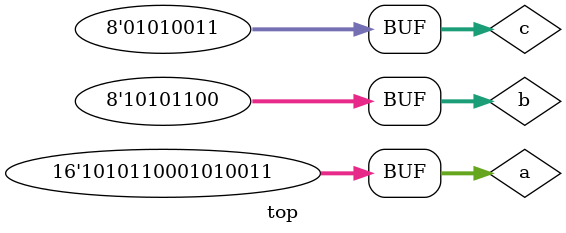
<source format=sv>
/*
:name: concat_op
:description: concatenation operator test
:should_fail: 0
:tags: 11.4.12
*/
module top();

bit [15:0] a;

bit [7:0] b = 8'b10101100;
bit [7:0] c = 8'b01010011;

initial begin
	a = {b, c};
end

endmodule

</source>
